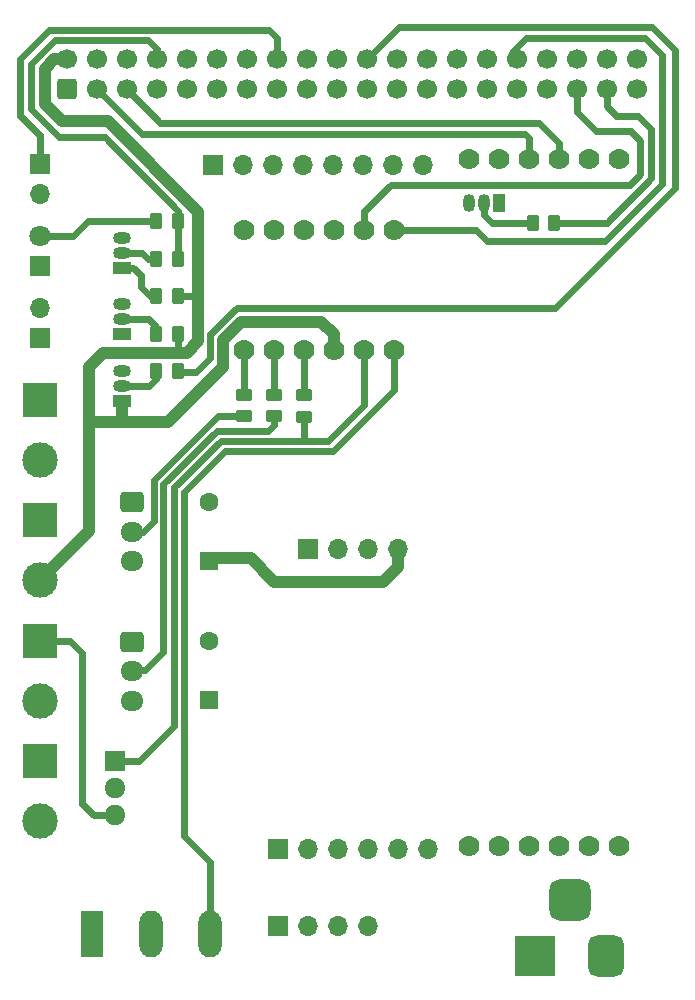
<source format=gtl>
G04 #@! TF.GenerationSoftware,KiCad,Pcbnew,(6.0.9)*
G04 #@! TF.CreationDate,2022-12-02T11:03:32-05:00*
G04 #@! TF.ProjectId,Roboshot,526f626f-7368-46f7-942e-6b696361645f,rev?*
G04 #@! TF.SameCoordinates,Original*
G04 #@! TF.FileFunction,Copper,L1,Top*
G04 #@! TF.FilePolarity,Positive*
%FSLAX46Y46*%
G04 Gerber Fmt 4.6, Leading zero omitted, Abs format (unit mm)*
G04 Created by KiCad (PCBNEW (6.0.9)) date 2022-12-02 11:03:32*
%MOMM*%
%LPD*%
G01*
G04 APERTURE LIST*
G04 Aperture macros list*
%AMRoundRect*
0 Rectangle with rounded corners*
0 $1 Rounding radius*
0 $2 $3 $4 $5 $6 $7 $8 $9 X,Y pos of 4 corners*
0 Add a 4 corners polygon primitive as box body*
4,1,4,$2,$3,$4,$5,$6,$7,$8,$9,$2,$3,0*
0 Add four circle primitives for the rounded corners*
1,1,$1+$1,$2,$3*
1,1,$1+$1,$4,$5*
1,1,$1+$1,$6,$7*
1,1,$1+$1,$8,$9*
0 Add four rect primitives between the rounded corners*
20,1,$1+$1,$2,$3,$4,$5,0*
20,1,$1+$1,$4,$5,$6,$7,0*
20,1,$1+$1,$6,$7,$8,$9,0*
20,1,$1+$1,$8,$9,$2,$3,0*%
G04 Aperture macros list end*
G04 #@! TA.AperFunction,ComponentPad*
%ADD10R,3.000000X3.000000*%
G04 #@! TD*
G04 #@! TA.AperFunction,ComponentPad*
%ADD11C,3.000000*%
G04 #@! TD*
G04 #@! TA.AperFunction,SMDPad,CuDef*
%ADD12RoundRect,0.250000X0.262500X0.450000X-0.262500X0.450000X-0.262500X-0.450000X0.262500X-0.450000X0*%
G04 #@! TD*
G04 #@! TA.AperFunction,ComponentPad*
%ADD13O,1.700000X1.700000*%
G04 #@! TD*
G04 #@! TA.AperFunction,ComponentPad*
%ADD14R,1.700000X1.700000*%
G04 #@! TD*
G04 #@! TA.AperFunction,ComponentPad*
%ADD15R,1.980000X3.960000*%
G04 #@! TD*
G04 #@! TA.AperFunction,ComponentPad*
%ADD16O,1.980000X3.960000*%
G04 #@! TD*
G04 #@! TA.AperFunction,ComponentPad*
%ADD17R,1.500000X1.050000*%
G04 #@! TD*
G04 #@! TA.AperFunction,ComponentPad*
%ADD18O,1.500000X1.050000*%
G04 #@! TD*
G04 #@! TA.AperFunction,ComponentPad*
%ADD19C,1.778000*%
G04 #@! TD*
G04 #@! TA.AperFunction,ComponentPad*
%ADD20R,1.800000X1.714500*%
G04 #@! TD*
G04 #@! TA.AperFunction,ComponentPad*
%ADD21O,1.800000X1.714500*%
G04 #@! TD*
G04 #@! TA.AperFunction,ComponentPad*
%ADD22R,1.800000X1.800000*%
G04 #@! TD*
G04 #@! TA.AperFunction,ComponentPad*
%ADD23C,1.800000*%
G04 #@! TD*
G04 #@! TA.AperFunction,ComponentPad*
%ADD24R,1.600000X1.600000*%
G04 #@! TD*
G04 #@! TA.AperFunction,ComponentPad*
%ADD25C,1.600000*%
G04 #@! TD*
G04 #@! TA.AperFunction,ComponentPad*
%ADD26RoundRect,0.250000X0.600000X-0.600000X0.600000X0.600000X-0.600000X0.600000X-0.600000X-0.600000X0*%
G04 #@! TD*
G04 #@! TA.AperFunction,ComponentPad*
%ADD27C,1.700000*%
G04 #@! TD*
G04 #@! TA.AperFunction,ComponentPad*
%ADD28R,3.500000X3.500000*%
G04 #@! TD*
G04 #@! TA.AperFunction,ComponentPad*
%ADD29RoundRect,0.750000X0.750000X1.000000X-0.750000X1.000000X-0.750000X-1.000000X0.750000X-1.000000X0*%
G04 #@! TD*
G04 #@! TA.AperFunction,ComponentPad*
%ADD30RoundRect,0.875000X0.875000X0.875000X-0.875000X0.875000X-0.875000X-0.875000X0.875000X-0.875000X0*%
G04 #@! TD*
G04 #@! TA.AperFunction,SMDPad,CuDef*
%ADD31RoundRect,0.250000X0.450000X-0.262500X0.450000X0.262500X-0.450000X0.262500X-0.450000X-0.262500X0*%
G04 #@! TD*
G04 #@! TA.AperFunction,SMDPad,CuDef*
%ADD32RoundRect,0.250000X-0.262500X-0.450000X0.262500X-0.450000X0.262500X0.450000X-0.262500X0.450000X0*%
G04 #@! TD*
G04 #@! TA.AperFunction,ComponentPad*
%ADD33RoundRect,0.250000X-0.725000X0.600000X-0.725000X-0.600000X0.725000X-0.600000X0.725000X0.600000X0*%
G04 #@! TD*
G04 #@! TA.AperFunction,ComponentPad*
%ADD34O,1.950000X1.700000*%
G04 #@! TD*
G04 #@! TA.AperFunction,SMDPad,CuDef*
%ADD35RoundRect,0.250000X-0.450000X0.262500X-0.450000X-0.262500X0.450000X-0.262500X0.450000X0.262500X0*%
G04 #@! TD*
G04 #@! TA.AperFunction,ComponentPad*
%ADD36R,1.050000X1.500000*%
G04 #@! TD*
G04 #@! TA.AperFunction,ComponentPad*
%ADD37O,1.050000X1.500000*%
G04 #@! TD*
G04 #@! TA.AperFunction,Conductor*
%ADD38C,0.600000*%
G04 #@! TD*
G04 #@! TA.AperFunction,Conductor*
%ADD39C,1.016000*%
G04 #@! TD*
G04 APERTURE END LIST*
D10*
X81076800Y-165228900D03*
D11*
X81076800Y-170308900D03*
D10*
X81076800Y-134620000D03*
D11*
X81076800Y-139700000D03*
D12*
X92758900Y-132232400D03*
X90933900Y-132232400D03*
D13*
X108864400Y-172696500D03*
X106324400Y-172696500D03*
X113944400Y-172696500D03*
X111404400Y-172696500D03*
X106324400Y-147296500D03*
D14*
X101244400Y-172696500D03*
D13*
X103784400Y-172696500D03*
D14*
X103784400Y-147296500D03*
D13*
X108864400Y-147296500D03*
X111404400Y-147296500D03*
D15*
X85496400Y-179832000D03*
D16*
X90496400Y-179832000D03*
X95496400Y-179832000D03*
D17*
X88037000Y-134748900D03*
D18*
X88037000Y-133478900D03*
X88037000Y-132208900D03*
D10*
X81076800Y-155041600D03*
D11*
X81076800Y-160121600D03*
D19*
X130149600Y-114225700D03*
X130149600Y-172391700D03*
X127609600Y-114225700D03*
X127609600Y-172391700D03*
X125069600Y-114225700D03*
X125069600Y-172391700D03*
X122529600Y-114225700D03*
X122529600Y-172391700D03*
X117449600Y-114225700D03*
X117449600Y-172391700D03*
X119989600Y-114225700D03*
X119989600Y-172391700D03*
D20*
X87425600Y-165247700D03*
D21*
X87425600Y-167533700D03*
X87425600Y-169819700D03*
D12*
X92758900Y-129057400D03*
X90933900Y-129057400D03*
D22*
X81076800Y-123291600D03*
D23*
X81076800Y-120751600D03*
D17*
X88032600Y-129059300D03*
D18*
X88032600Y-127789300D03*
X88032600Y-126519300D03*
D24*
X95402400Y-148300251D03*
D25*
X95402400Y-143300251D03*
D14*
X101244400Y-179148100D03*
D13*
X103784400Y-179148100D03*
X106324400Y-179148100D03*
X108864400Y-179148100D03*
D12*
X124610500Y-119634000D03*
X122785500Y-119634000D03*
D26*
X83362800Y-108332900D03*
D27*
X83362800Y-105792900D03*
X85902800Y-108332900D03*
X85902800Y-105792900D03*
X88442800Y-108332900D03*
X88442800Y-105792900D03*
X90982800Y-108332900D03*
X90982800Y-105792900D03*
X93522800Y-108332900D03*
X93522800Y-105792900D03*
X96062800Y-108332900D03*
X96062800Y-105792900D03*
X98602800Y-108332900D03*
X98602800Y-105792900D03*
X101142800Y-108332900D03*
X101142800Y-105792900D03*
X103682800Y-108332900D03*
X103682800Y-105792900D03*
X106222800Y-108332900D03*
X106222800Y-105792900D03*
X108762800Y-108332900D03*
X108762800Y-105792900D03*
X111302800Y-108332900D03*
X111302800Y-105792900D03*
X113842800Y-108332900D03*
X113842800Y-105792900D03*
X116382800Y-108332900D03*
X116382800Y-105792900D03*
X118922800Y-108332900D03*
X118922800Y-105792900D03*
X121462800Y-108332900D03*
X121462800Y-105792900D03*
X124002800Y-108332900D03*
X124002800Y-105792900D03*
X126542800Y-108332900D03*
X126542800Y-105792900D03*
X129082800Y-108332900D03*
X129082800Y-105792900D03*
X131622800Y-108332900D03*
X131622800Y-105792900D03*
D17*
X88032600Y-123471300D03*
D18*
X88032600Y-122201300D03*
X88032600Y-120931300D03*
D12*
X92757000Y-119532400D03*
X90932000Y-119532400D03*
D28*
X122981200Y-181680400D03*
D29*
X128981200Y-181680400D03*
D30*
X125981200Y-176980400D03*
D31*
X103428800Y-136067800D03*
X103428800Y-134242800D03*
D12*
X92758900Y-122707400D03*
X90933900Y-122707400D03*
D14*
X95758000Y-114784500D03*
D13*
X98298000Y-114784500D03*
X100838000Y-114784500D03*
X103378000Y-114784500D03*
X105918000Y-114784500D03*
X108458000Y-114784500D03*
X110998000Y-114784500D03*
X113538000Y-114784500D03*
D10*
X81076800Y-144830800D03*
D11*
X81076800Y-149910800D03*
D32*
X90933900Y-125882400D03*
X92758900Y-125882400D03*
D33*
X88849200Y-155121600D03*
D34*
X88849200Y-157621600D03*
X88849200Y-160121600D03*
D35*
X100888800Y-134190100D03*
X100888800Y-136015100D03*
D36*
X119989600Y-117957600D03*
D37*
X118719600Y-117957600D03*
X117449600Y-117957600D03*
D14*
X81076800Y-129387600D03*
D13*
X81076800Y-126847600D03*
D19*
X103416100Y-130412800D03*
X103416100Y-120252800D03*
X105956100Y-130412800D03*
X111036100Y-130412800D03*
X108496100Y-130412800D03*
X100876100Y-130412800D03*
X98336100Y-130412800D03*
X105956100Y-120252800D03*
X111036100Y-120252800D03*
X108496100Y-120252800D03*
X100876100Y-120252800D03*
X98336100Y-120252800D03*
D14*
X81076800Y-114677900D03*
D13*
X81076800Y-117217900D03*
D33*
X88900000Y-143306800D03*
D34*
X88900000Y-145806800D03*
X88900000Y-148306800D03*
D35*
X98348800Y-134190100D03*
X98348800Y-136015100D03*
D24*
X95402400Y-160085851D03*
D25*
X95402400Y-155085851D03*
D38*
X84683600Y-168859200D02*
X84683600Y-156108400D01*
X85649800Y-169825400D02*
X84683600Y-168859200D01*
X103416100Y-130412800D02*
X103416100Y-134230100D01*
X84683600Y-156108400D02*
X83616800Y-155041600D01*
X87217600Y-169825400D02*
X85649800Y-169825400D01*
X83616800Y-155041600D02*
X81076800Y-155041600D01*
X91264100Y-111177700D02*
X123318900Y-111177700D01*
X123318900Y-111177700D02*
X125069600Y-112928400D01*
X88442800Y-108332900D02*
X88442800Y-108356400D01*
X125069600Y-112928400D02*
X125069600Y-114225700D01*
X88442800Y-108356400D02*
X91264100Y-111177700D01*
X100876100Y-130412800D02*
X100888800Y-130425500D01*
X100888800Y-130425500D02*
X100888800Y-134190100D01*
X96086300Y-137238100D02*
X91541600Y-141782800D01*
X91541600Y-141782800D02*
X91541600Y-155956000D01*
X89966800Y-157530800D02*
X88827900Y-157530800D01*
X91541600Y-155956000D02*
X89966800Y-157530800D01*
X100431600Y-137238100D02*
X96086300Y-137238100D01*
X100888800Y-136015100D02*
X100888800Y-136780900D01*
X100888800Y-136780900D02*
X100431600Y-137238100D01*
X89778651Y-145812500D02*
X88442800Y-145812500D01*
X98348800Y-136015100D02*
X96140900Y-136015100D01*
X96140900Y-136015100D02*
X90728800Y-141427200D01*
X90728800Y-144862351D02*
X89778651Y-145812500D01*
X90728800Y-141427200D02*
X90728800Y-144862351D01*
X105484300Y-138101700D02*
X103659300Y-138101700D01*
X103659300Y-138101700D02*
X96391100Y-138101700D01*
X96391100Y-138101700D02*
X92456000Y-142036800D01*
X103428800Y-137871200D02*
X103659300Y-138101700D01*
X108496100Y-130412800D02*
X108496100Y-135089900D01*
X89457800Y-165253400D02*
X87217600Y-165253400D01*
X92456000Y-142036800D02*
X92456000Y-162255200D01*
X108496100Y-135089900D02*
X105484300Y-138101700D01*
X92456000Y-162255200D02*
X89457800Y-165253400D01*
X103428800Y-136067800D02*
X103428800Y-137871200D01*
X98336100Y-134177400D02*
X98348800Y-134190100D01*
X98336100Y-130824600D02*
X98336100Y-134177400D01*
X105890700Y-138965300D02*
X96746700Y-138965300D01*
X111036100Y-130412800D02*
X111036100Y-133819900D01*
X95496400Y-173779200D02*
X95496400Y-179882800D01*
X111036100Y-133819900D02*
X105890700Y-138965300D01*
X96746700Y-138965300D02*
X93268800Y-142443200D01*
X93268800Y-142443200D02*
X93268800Y-171551600D01*
X93268800Y-171551600D02*
X95496400Y-173779200D01*
X131927600Y-112701700D02*
X131927600Y-115519200D01*
X131927600Y-115519200D02*
X131036700Y-116410100D01*
X110767500Y-116410100D02*
X108496100Y-118681500D01*
X131138300Y-111912400D02*
X131927600Y-112701700D01*
X126542800Y-108332900D02*
X126542800Y-110286800D01*
X108496100Y-118681500D02*
X108496100Y-120252800D01*
X131036700Y-116410100D02*
X110767500Y-116410100D01*
X128168400Y-111912400D02*
X131138300Y-111912400D01*
X126542800Y-110286800D02*
X128168400Y-111912400D01*
X121146500Y-105799800D02*
X121146500Y-105093200D01*
X133756400Y-116382800D02*
X128930400Y-121208800D01*
X121146500Y-105093200D02*
X122224800Y-104014900D01*
X122224800Y-104014900D02*
X132334000Y-104014900D01*
X111068800Y-120220100D02*
X111036100Y-120252800D01*
X128930400Y-121208800D02*
X118973600Y-121208800D01*
X133756400Y-105437300D02*
X133756400Y-116382800D01*
X118973600Y-121208800D02*
X117984900Y-120220100D01*
X117984900Y-120220100D02*
X111068800Y-120220100D01*
X132334000Y-104014900D02*
X133756400Y-105437300D01*
X100455100Y-103327200D02*
X81838800Y-103327200D01*
X101142800Y-105792900D02*
X101142800Y-104014900D01*
X101142800Y-104014900D02*
X100455100Y-103327200D01*
X81838800Y-103327200D02*
X79400400Y-105765600D01*
X81076800Y-112244500D02*
X81076800Y-114677900D01*
X79400400Y-110568100D02*
X81076800Y-112244500D01*
X79400400Y-105765600D02*
X79400400Y-110568100D01*
X83921600Y-120751600D02*
X85140800Y-119532400D01*
X85140800Y-119532400D02*
X90932000Y-119532400D01*
X81076800Y-120751600D02*
X83921600Y-120751600D01*
X122174000Y-112142900D02*
X89740100Y-112142900D01*
X89740100Y-112142900D02*
X85937000Y-108339800D01*
X122529600Y-112498500D02*
X122174000Y-112142900D01*
X122529600Y-114225700D02*
X122529600Y-112498500D01*
X90345900Y-133478900D02*
X88037000Y-133478900D01*
X90933900Y-132890900D02*
X90345900Y-133478900D01*
X90933900Y-132232400D02*
X90933900Y-132890900D01*
X124714000Y-126847600D02*
X97739200Y-126847600D01*
X97739200Y-126847600D02*
X95504000Y-129082800D01*
X132943600Y-103100500D02*
X134823200Y-104980100D01*
X134823200Y-104980100D02*
X134823200Y-116738400D01*
X95504000Y-131064000D02*
X94284800Y-132283200D01*
X134823200Y-116738400D02*
X124714000Y-126847600D01*
X111455200Y-103100500D02*
X132943600Y-103100500D01*
X95504000Y-129082800D02*
X95504000Y-131064000D01*
X94284800Y-132283200D02*
X93266900Y-132283200D01*
X108762800Y-105792900D02*
X111455200Y-103100500D01*
D39*
X85242400Y-133072500D02*
X85242400Y-145745200D01*
X81483200Y-106605700D02*
X82296000Y-105792900D01*
D38*
X94437200Y-125882400D02*
X94488000Y-125933200D01*
D39*
X94488000Y-118719600D02*
X86817200Y-111048800D01*
X100939600Y-150063200D02*
X98939151Y-148062751D01*
X85242400Y-136499600D02*
X85242400Y-131876800D01*
X94488000Y-125933200D02*
X94488000Y-118719600D01*
X88037000Y-134748900D02*
X88037000Y-136499000D01*
X86461600Y-130657600D02*
X91897200Y-130657600D01*
X92608400Y-130657600D02*
X93522800Y-130657600D01*
D38*
X92758900Y-129057400D02*
X92758900Y-130507100D01*
D39*
X93522800Y-130657600D02*
X94488000Y-129692400D01*
X86817200Y-111048800D02*
X82979900Y-111048800D01*
X82979900Y-111048800D02*
X81483200Y-109552100D01*
X81483200Y-109552100D02*
X81483200Y-106605700D01*
X98145600Y-128016000D02*
X104902000Y-128016000D01*
X86207600Y-130911600D02*
X86461600Y-130657600D01*
X94488000Y-129692400D02*
X94488000Y-125933200D01*
X104902000Y-128016000D02*
X105956100Y-129070100D01*
X85242400Y-145745200D02*
X81076800Y-149910800D01*
X88036400Y-136499600D02*
X85242400Y-136499600D01*
D38*
X92758900Y-130507100D02*
X92608400Y-130657600D01*
D39*
X96570800Y-129590800D02*
X98145600Y-128016000D01*
X98939151Y-148062751D02*
X95402400Y-148062751D01*
X87731600Y-136499600D02*
X91948000Y-136499600D01*
X91998800Y-130657600D02*
X92608400Y-130657600D01*
X110134400Y-150063200D02*
X100939600Y-150063200D01*
X105956100Y-129070100D02*
X105956100Y-130412800D01*
X85242400Y-131876800D02*
X86207600Y-130911600D01*
D38*
X92758900Y-125882400D02*
X94437200Y-125882400D01*
D39*
X82296000Y-105792900D02*
X83362800Y-105792900D01*
X91948000Y-136499600D02*
X96570800Y-131876800D01*
X111404400Y-148793200D02*
X110134400Y-150063200D01*
X111404400Y-147296500D02*
X111404400Y-148793200D01*
X88037000Y-136499000D02*
X88036400Y-136499600D01*
X96570800Y-131876800D02*
X96570800Y-129590800D01*
D38*
X82346800Y-104140000D02*
X90193500Y-104140000D01*
X80314800Y-110032800D02*
X80314800Y-106172000D01*
X92760800Y-119024400D02*
X92757000Y-119020600D01*
X90193500Y-104140000D02*
X90982800Y-104929300D01*
X80314800Y-106172000D02*
X82346800Y-104140000D01*
X86563200Y-112420400D02*
X82702400Y-112420400D01*
X92758900Y-122707400D02*
X92760800Y-122705500D01*
X82702400Y-112420400D02*
X80314800Y-110032800D01*
X90982800Y-104929300D02*
X90982800Y-105792900D01*
X92760800Y-122705500D02*
X92760800Y-119024400D01*
X92757000Y-119020600D02*
X92757000Y-118614200D01*
X92757000Y-118614200D02*
X86563200Y-112420400D01*
X129082800Y-119634000D02*
X124610500Y-119634000D01*
X131697100Y-110591600D02*
X132842000Y-111736500D01*
X129895600Y-110591600D02*
X131697100Y-110591600D01*
X132842000Y-111736500D02*
X132842000Y-115874800D01*
X129082800Y-108332900D02*
X129082800Y-109778800D01*
X129082800Y-109778800D02*
X129895600Y-110591600D01*
X132842000Y-115874800D02*
X129082800Y-119634000D01*
X90933900Y-128424300D02*
X90298900Y-127789300D01*
X90933900Y-129057400D02*
X90933900Y-128424300D01*
X90298900Y-127789300D02*
X88032600Y-127789300D01*
X90933900Y-125882400D02*
X90373200Y-125882400D01*
X89611200Y-124104400D02*
X88978100Y-123471300D01*
X90373200Y-125882400D02*
X89611200Y-125120400D01*
X89611200Y-125120400D02*
X89611200Y-124104400D01*
X88978100Y-123471300D02*
X88032600Y-123471300D01*
X90195400Y-122707400D02*
X90933900Y-122707400D01*
X89689300Y-122201300D02*
X90195400Y-122707400D01*
X88233900Y-122201300D02*
X89689300Y-122201300D01*
X118719600Y-118086500D02*
X118719600Y-118973600D01*
X118719600Y-118973600D02*
X119380000Y-119634000D01*
X119380000Y-119634000D02*
X122785500Y-119634000D01*
M02*

</source>
